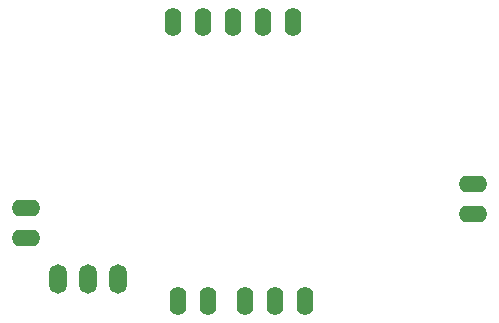
<source format=gbr>
%FSLAX46Y46*%
G04 Gerber Fmt 4.6, Leading zero omitted, Abs format (unit mm)*
G04 Created by KiCad (PCBNEW (2014-10-30 BZR 5240)-product) date jeu. 06 nov. 2014 00:10:11 CET*
%MOMM*%
G01*
G04 APERTURE LIST*
%ADD10C,0.100000*%
%ADD11O,1.400000X2.400000*%
%ADD12O,2.400000X1.400000*%
%ADD13O,1.500000X2.500000*%
G04 APERTURE END LIST*
D10*
D11*
X146050000Y-100330000D03*
X148590000Y-100330000D03*
X151130000Y-100330000D03*
X139954000Y-76708000D03*
X142494000Y-76708000D03*
X145034000Y-76708000D03*
X147574000Y-76708000D03*
X150114000Y-76708000D03*
D12*
X127508000Y-94996000D03*
X127508000Y-92456000D03*
X165354000Y-92964000D03*
X165354000Y-90424000D03*
D11*
X142875000Y-100330000D03*
X140335000Y-100330000D03*
D13*
X135255000Y-98425000D03*
X132715000Y-98425000D03*
X130175000Y-98425000D03*
M02*

</source>
